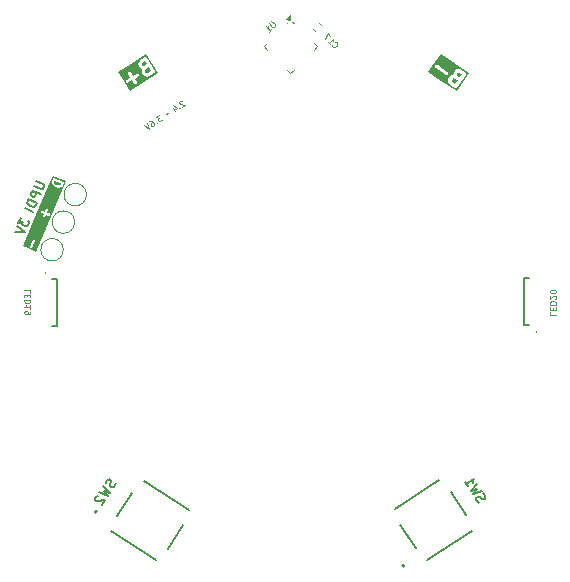
<source format=gbr>
%TF.GenerationSoftware,KiCad,Pcbnew,8.0.5*%
%TF.CreationDate,2025-07-02T22:11:18-04:00*%
%TF.ProjectId,tomorrowland_pendant,746f6d6f-7272-46f7-976c-616e645f7065,rev?*%
%TF.SameCoordinates,Original*%
%TF.FileFunction,Legend,Bot*%
%TF.FilePolarity,Positive*%
%FSLAX46Y46*%
G04 Gerber Fmt 4.6, Leading zero omitted, Abs format (unit mm)*
G04 Created by KiCad (PCBNEW 8.0.5) date 2025-07-02 22:11:18*
%MOMM*%
%LPD*%
G01*
G04 APERTURE LIST*
%ADD10C,0.200000*%
%ADD11C,0.300000*%
%ADD12C,0.100000*%
%ADD13C,0.260000*%
%ADD14C,0.125000*%
%ADD15C,0.150000*%
%ADD16C,0.120000*%
%ADD17C,0.127000*%
G04 APERTURE END LIST*
D10*
X128858461Y-97077719D02*
X129454598Y-97330763D01*
X129454598Y-97330763D02*
X129509846Y-97395600D01*
X129509846Y-97395600D02*
X129530028Y-97445552D01*
X129530028Y-97445552D02*
X129535325Y-97530571D01*
X129535325Y-97530571D02*
X129475785Y-97670838D01*
X129475785Y-97670838D02*
X129410948Y-97726087D01*
X129410948Y-97726087D02*
X129360996Y-97746269D01*
X129360996Y-97746269D02*
X129275978Y-97751566D01*
X129275978Y-97751566D02*
X128679841Y-97498521D01*
X129267395Y-98161774D02*
X128530991Y-97849189D01*
X128530991Y-97849189D02*
X128411911Y-98129724D01*
X128411911Y-98129724D02*
X128417208Y-98214743D01*
X128417208Y-98214743D02*
X128437390Y-98264694D01*
X128437390Y-98264694D02*
X128492639Y-98329531D01*
X128492639Y-98329531D02*
X128597839Y-98374186D01*
X128597839Y-98374186D02*
X128682858Y-98368889D01*
X128682858Y-98368889D02*
X128732810Y-98348708D01*
X128732810Y-98348708D02*
X128797647Y-98293459D01*
X128797647Y-98293459D02*
X128916727Y-98012924D01*
X128954810Y-98898178D02*
X128218406Y-98585593D01*
X128218406Y-98585593D02*
X128143982Y-98760927D01*
X128143982Y-98760927D02*
X128134393Y-98881013D01*
X128134393Y-98881013D02*
X128174757Y-98980916D01*
X128174757Y-98980916D02*
X128230006Y-99045753D01*
X128230006Y-99045753D02*
X128355388Y-99140360D01*
X128355388Y-99140360D02*
X128460589Y-99185015D01*
X128460589Y-99185015D02*
X128615741Y-99209488D01*
X128615741Y-99209488D02*
X128700760Y-99204191D01*
X128700760Y-99204191D02*
X128800664Y-99163828D01*
X128800664Y-99163828D02*
X128880385Y-99073512D01*
X128880385Y-99073512D02*
X128954810Y-98898178D01*
X128642225Y-99634582D02*
X127905822Y-99321997D01*
X127548582Y-100163601D02*
X127355077Y-100619470D01*
X127355077Y-100619470D02*
X127739807Y-100493082D01*
X127739807Y-100493082D02*
X127695152Y-100598283D01*
X127695152Y-100598283D02*
X127700448Y-100683301D01*
X127700448Y-100683301D02*
X127720630Y-100733253D01*
X127720630Y-100733253D02*
X127775879Y-100798090D01*
X127775879Y-100798090D02*
X127951213Y-100872515D01*
X127951213Y-100872515D02*
X128036232Y-100867218D01*
X128036232Y-100867218D02*
X128086184Y-100847036D01*
X128086184Y-100847036D02*
X128151021Y-100791788D01*
X128151021Y-100791788D02*
X128240331Y-100581387D01*
X128240331Y-100581387D02*
X128235034Y-100496368D01*
X128235034Y-100496368D02*
X128214852Y-100446416D01*
X127265767Y-100829871D02*
X127897976Y-101387924D01*
X127897976Y-101387924D02*
X127057377Y-101320807D01*
D11*
G36*
X164351224Y-88371260D02*
G01*
X164564666Y-88517955D01*
X164348892Y-88831908D01*
X164093556Y-88656419D01*
X164055492Y-88587567D01*
X164048411Y-88549357D01*
X164059271Y-88471438D01*
X164124348Y-88376750D01*
X164193200Y-88338687D01*
X164220527Y-88333623D01*
X164351224Y-88371260D01*
G37*
G36*
X164710979Y-87867356D02*
G01*
X164915299Y-88007781D01*
X164734588Y-88270717D01*
X164530268Y-88130292D01*
X164492205Y-88061440D01*
X164485124Y-88023230D01*
X164495984Y-87945310D01*
X164525998Y-87901641D01*
X164594849Y-87863577D01*
X164633059Y-87856496D01*
X164710979Y-87867356D01*
G37*
G36*
X165541040Y-87891808D02*
G01*
X164464867Y-89457648D01*
X163145387Y-88550794D01*
X163746500Y-88550794D01*
X163746952Y-88556104D01*
X163746738Y-88561433D01*
X163747734Y-88565268D01*
X163748999Y-88580093D01*
X163764953Y-88666173D01*
X163769084Y-88680466D01*
X163769529Y-88684405D01*
X163771638Y-88689301D01*
X163773119Y-88694422D01*
X163775276Y-88697744D01*
X163781165Y-88711410D01*
X163848136Y-88832554D01*
X163864817Y-88856770D01*
X163869028Y-88860127D01*
X163871966Y-88864651D01*
X163894451Y-88883601D01*
X164302590Y-89164107D01*
X164328339Y-89178307D01*
X164385588Y-89190475D01*
X164443134Y-89179810D01*
X164492219Y-89147934D01*
X164511170Y-89125449D01*
X165247498Y-88054085D01*
X165261698Y-88028335D01*
X165273866Y-87971087D01*
X165263201Y-87913541D01*
X165231325Y-87864455D01*
X165231318Y-87864450D01*
X165208840Y-87845505D01*
X164851719Y-87600062D01*
X164825969Y-87585862D01*
X164820699Y-87584741D01*
X164816051Y-87582011D01*
X164787465Y-87575117D01*
X164650367Y-87556008D01*
X164635497Y-87555408D01*
X164631624Y-87554585D01*
X164626313Y-87555037D01*
X164620985Y-87554823D01*
X164617149Y-87555819D01*
X164602325Y-87557084D01*
X164516244Y-87573038D01*
X164501945Y-87577171D01*
X164498011Y-87577615D01*
X164493119Y-87579722D01*
X164487995Y-87581204D01*
X164484669Y-87583363D01*
X164471006Y-87589251D01*
X164349863Y-87656223D01*
X164325646Y-87672904D01*
X164322286Y-87677117D01*
X164317768Y-87680052D01*
X164298817Y-87702536D01*
X164228691Y-87804570D01*
X164214490Y-87830320D01*
X164213369Y-87835591D01*
X164210639Y-87840239D01*
X164203745Y-87868825D01*
X164184636Y-88005923D01*
X164184036Y-88020792D01*
X164183213Y-88024666D01*
X164183665Y-88029976D01*
X164183451Y-88035305D01*
X164183471Y-88035382D01*
X164114595Y-88048148D01*
X164100301Y-88052279D01*
X164096363Y-88052724D01*
X164091467Y-88054833D01*
X164086346Y-88056314D01*
X164083021Y-88058472D01*
X164069357Y-88064361D01*
X163948213Y-88131333D01*
X163923997Y-88148013D01*
X163920637Y-88152226D01*
X163916117Y-88155162D01*
X163897167Y-88177647D01*
X163791977Y-88330699D01*
X163777777Y-88356449D01*
X163776656Y-88361718D01*
X163773926Y-88366367D01*
X163767032Y-88394953D01*
X163747923Y-88532051D01*
X163747323Y-88546920D01*
X163746500Y-88550794D01*
X163145387Y-88550794D01*
X162085126Y-87822097D01*
X162421241Y-87333046D01*
X162630429Y-87333046D01*
X162641094Y-87390592D01*
X162672970Y-87439677D01*
X162695455Y-87458628D01*
X163511732Y-88019640D01*
X163537482Y-88033840D01*
X163594730Y-88046008D01*
X163652276Y-88035343D01*
X163701361Y-88003467D01*
X163734512Y-87955232D01*
X163746680Y-87897984D01*
X163736015Y-87840438D01*
X163704139Y-87791353D01*
X163681654Y-87772402D01*
X162865377Y-87211390D01*
X162839627Y-87197190D01*
X162782379Y-87185022D01*
X162724833Y-87195687D01*
X162675748Y-87227563D01*
X162642597Y-87275798D01*
X162630429Y-87333046D01*
X162421241Y-87333046D01*
X163161298Y-86256256D01*
X165541040Y-87891808D01*
G37*
D12*
X141195738Y-90237846D02*
X141162742Y-90231133D01*
X141162742Y-90231133D02*
X141109892Y-90237561D01*
X141109892Y-90237561D02*
X141010620Y-90303268D01*
X141010620Y-90303268D02*
X140984053Y-90349405D01*
X140984053Y-90349405D02*
X140977339Y-90382401D01*
X140977339Y-90382401D02*
X140983768Y-90435251D01*
X140983768Y-90435251D02*
X141010050Y-90474960D01*
X141010050Y-90474960D02*
X141069329Y-90521382D01*
X141069329Y-90521382D02*
X141465278Y-90601939D01*
X141465278Y-90601939D02*
X141207171Y-90772777D01*
X141002199Y-90851340D02*
X140995486Y-90884335D01*
X140995486Y-90884335D02*
X141028481Y-90891048D01*
X141028481Y-90891048D02*
X141035194Y-90858053D01*
X141035194Y-90858053D02*
X141002199Y-90851340D01*
X141002199Y-90851340D02*
X141028481Y-90891048D01*
X140467269Y-90862772D02*
X140651248Y-91140734D01*
X140461410Y-90638230D02*
X140757802Y-90870340D01*
X140757802Y-90870340D02*
X140499695Y-91041177D01*
X140069611Y-91297291D02*
X140036615Y-91290578D01*
X140036615Y-91290578D02*
X139983765Y-91297006D01*
X139983765Y-91297006D02*
X139930630Y-91389280D01*
X139930630Y-91389280D02*
X139877780Y-91395709D01*
X139877780Y-91395709D02*
X139844784Y-91388996D01*
X139263432Y-91459707D02*
X139005325Y-91630544D01*
X139005325Y-91630544D02*
X139249437Y-91697390D01*
X139249437Y-91697390D02*
X139189873Y-91736814D01*
X139189873Y-91736814D02*
X139163306Y-91782951D01*
X139163306Y-91782951D02*
X139156593Y-91815947D01*
X139156593Y-91815947D02*
X139163021Y-91868797D01*
X139163021Y-91868797D02*
X139228728Y-91968069D01*
X139228728Y-91968069D02*
X139274865Y-91994637D01*
X139274865Y-91994637D02*
X139307861Y-92001350D01*
X139307861Y-92001350D02*
X139360711Y-91994922D01*
X139360711Y-91994922D02*
X139479837Y-91916074D01*
X139479837Y-91916074D02*
X139506405Y-91869936D01*
X139506405Y-91869936D02*
X139513118Y-91836941D01*
X139076321Y-92126050D02*
X139069608Y-92159046D01*
X139069608Y-92159046D02*
X139102604Y-92165759D01*
X139102604Y-92165759D02*
X139109317Y-92132763D01*
X139109317Y-92132763D02*
X139076321Y-92126050D01*
X139076321Y-92126050D02*
X139102604Y-92165759D01*
X138449401Y-91998502D02*
X138528819Y-91945936D01*
X138528819Y-91945936D02*
X138581669Y-91939508D01*
X138581669Y-91939508D02*
X138614665Y-91946221D01*
X138614665Y-91946221D02*
X138693798Y-91979502D01*
X138693798Y-91979502D02*
X138766218Y-92045778D01*
X138766218Y-92045778D02*
X138871349Y-92204613D01*
X138871349Y-92204613D02*
X138877777Y-92257464D01*
X138877777Y-92257464D02*
X138871064Y-92290459D01*
X138871064Y-92290459D02*
X138844496Y-92336597D01*
X138844496Y-92336597D02*
X138765079Y-92389162D01*
X138765079Y-92389162D02*
X138712229Y-92395590D01*
X138712229Y-92395590D02*
X138679233Y-92388877D01*
X138679233Y-92388877D02*
X138633096Y-92362310D01*
X138633096Y-92362310D02*
X138567389Y-92263038D01*
X138567389Y-92263038D02*
X138560961Y-92210187D01*
X138560961Y-92210187D02*
X138567674Y-92177192D01*
X138567674Y-92177192D02*
X138594241Y-92131054D01*
X138594241Y-92131054D02*
X138673659Y-92078489D01*
X138673659Y-92078489D02*
X138726509Y-92072061D01*
X138726509Y-92072061D02*
X138759505Y-92078774D01*
X138759505Y-92078774D02*
X138805642Y-92105341D01*
X138290566Y-92103632D02*
X138427554Y-92612565D01*
X138427554Y-92612565D02*
X138012604Y-92287611D01*
D13*
G36*
X138628186Y-87748488D02*
G01*
X138344473Y-87925772D01*
X138258222Y-87933978D01*
X138214031Y-87923776D01*
X138140108Y-87878592D01*
X138074221Y-87773150D01*
X138066015Y-87686898D01*
X138074059Y-87652054D01*
X138165764Y-87541064D01*
X138405115Y-87391500D01*
X138628186Y-87748488D01*
G37*
G36*
X138267336Y-87171008D02*
G01*
X138036121Y-87315487D01*
X137949870Y-87323693D01*
X137905679Y-87313491D01*
X137831757Y-87268307D01*
X137798674Y-87215362D01*
X137790468Y-87129111D01*
X137800670Y-87084921D01*
X137845854Y-87010998D01*
X138077070Y-86866518D01*
X138267336Y-87171008D01*
G37*
G36*
X139185497Y-87877154D02*
G01*
X136779697Y-89380465D01*
X136279297Y-88579658D01*
X136472513Y-88579658D01*
X136480884Y-88629686D01*
X136507764Y-88672702D01*
X136549059Y-88702157D01*
X136598482Y-88713567D01*
X136648510Y-88705196D01*
X136671342Y-88693874D01*
X136981081Y-88500327D01*
X137174628Y-88810066D01*
X137190186Y-88830251D01*
X137231481Y-88859706D01*
X137280904Y-88871116D01*
X137330932Y-88862745D01*
X137373948Y-88835865D01*
X137403403Y-88794570D01*
X137414813Y-88745147D01*
X137406442Y-88695119D01*
X137395120Y-88672287D01*
X137201573Y-88362547D01*
X137511312Y-88169001D01*
X137531497Y-88153443D01*
X137560952Y-88112148D01*
X137572362Y-88062725D01*
X137563991Y-88012697D01*
X137537111Y-87969681D01*
X137495816Y-87940226D01*
X137446393Y-87928816D01*
X137396365Y-87937187D01*
X137373533Y-87948509D01*
X137063794Y-88142055D01*
X136870247Y-87832316D01*
X136854689Y-87812132D01*
X136813394Y-87782677D01*
X136763971Y-87771267D01*
X136713943Y-87779638D01*
X136670927Y-87806518D01*
X136641472Y-87847813D01*
X136630062Y-87897236D01*
X136638433Y-87947264D01*
X136649755Y-87970096D01*
X136843301Y-88279834D01*
X136533562Y-88473382D01*
X136513378Y-88488940D01*
X136483923Y-88530235D01*
X136472513Y-88579658D01*
X136279297Y-88579658D01*
X135799936Y-87812519D01*
X136913871Y-87116455D01*
X137529115Y-87116455D01*
X137529681Y-87119837D01*
X137529638Y-87132738D01*
X137542749Y-87270539D01*
X137547638Y-87295550D01*
X137549825Y-87299676D01*
X137550597Y-87304284D01*
X137561919Y-87327116D01*
X137627528Y-87432112D01*
X137643086Y-87452296D01*
X137646887Y-87455007D01*
X137649638Y-87458784D01*
X137669975Y-87474142D01*
X137788082Y-87546334D01*
X137799691Y-87551949D01*
X137802487Y-87553943D01*
X137806864Y-87555418D01*
X137811024Y-87557430D01*
X137814415Y-87557963D01*
X137826637Y-87562082D01*
X137828050Y-87562408D01*
X137827627Y-87563665D01*
X137807933Y-87648968D01*
X137806277Y-87661758D01*
X137805270Y-87665041D01*
X137805254Y-87669663D01*
X137804662Y-87674242D01*
X137805228Y-87677624D01*
X137805185Y-87690525D01*
X137818296Y-87828326D01*
X137823185Y-87853337D01*
X137825373Y-87857463D01*
X137826144Y-87862070D01*
X137837466Y-87884902D01*
X137935878Y-88042396D01*
X137951437Y-88062581D01*
X137955239Y-88065293D01*
X137957989Y-88069069D01*
X137978326Y-88084427D01*
X138096434Y-88156619D01*
X138108042Y-88162233D01*
X138110839Y-88164228D01*
X138115219Y-88165704D01*
X138119377Y-88167715D01*
X138122767Y-88168247D01*
X138134989Y-88172367D01*
X138220291Y-88192061D01*
X138233081Y-88193716D01*
X138236364Y-88194724D01*
X138240986Y-88194739D01*
X138245565Y-88195332D01*
X138248947Y-88194765D01*
X138261848Y-88194809D01*
X138399649Y-88181698D01*
X138424660Y-88176809D01*
X138428786Y-88174620D01*
X138433393Y-88173850D01*
X138456225Y-88162528D01*
X138876211Y-87900092D01*
X138896396Y-87884534D01*
X138925851Y-87843240D01*
X138937261Y-87793816D01*
X138933761Y-87772900D01*
X138928889Y-87743788D01*
X138917568Y-87720956D01*
X138228673Y-86618494D01*
X138213115Y-86598309D01*
X138171821Y-86568854D01*
X138122397Y-86557444D01*
X138072369Y-86565815D01*
X138049538Y-86577137D01*
X137682049Y-86806769D01*
X137661865Y-86822327D01*
X137659153Y-86826128D01*
X137655377Y-86828879D01*
X137640019Y-86849216D01*
X137567827Y-86967324D01*
X137562212Y-86978932D01*
X137560219Y-86981728D01*
X137558742Y-86986107D01*
X137556732Y-86990266D01*
X137556199Y-86993656D01*
X137552080Y-87005878D01*
X137532386Y-87091181D01*
X137530730Y-87103971D01*
X137529723Y-87107254D01*
X137529707Y-87111876D01*
X137529115Y-87116455D01*
X136913871Y-87116455D01*
X138205735Y-86309208D01*
X139185497Y-87877154D01*
G37*
D10*
G36*
X130978884Y-97234409D02*
G01*
X130949872Y-97302756D01*
X130896513Y-97363206D01*
X130833541Y-97388649D01*
X130775680Y-97392254D01*
X130643524Y-97371408D01*
X130560994Y-97336376D01*
X130454194Y-97255791D01*
X130416594Y-97211665D01*
X130391152Y-97148694D01*
X130397570Y-97068315D01*
X130426580Y-96999971D01*
X130978884Y-97234409D01*
G37*
G36*
X131372255Y-97075478D02*
G01*
X128849999Y-103017542D01*
X127999755Y-102656635D01*
X128364513Y-102656635D01*
X128379129Y-102692812D01*
X128406477Y-102720642D01*
X128442394Y-102735888D01*
X128481410Y-102736228D01*
X128517587Y-102721612D01*
X128545417Y-102694264D01*
X128554808Y-102677056D01*
X128792968Y-102115986D01*
X128798823Y-102097278D01*
X128799163Y-102058261D01*
X128784547Y-102022084D01*
X128757199Y-101994254D01*
X128721282Y-101979008D01*
X128682266Y-101978668D01*
X128646089Y-101993285D01*
X128618258Y-102020633D01*
X128608867Y-102037840D01*
X128370708Y-102598910D01*
X128364853Y-102617619D01*
X128364513Y-102656635D01*
X127999755Y-102656635D01*
X127745393Y-102548665D01*
X128970678Y-99662073D01*
X129304548Y-99662073D01*
X129319164Y-99698250D01*
X129346512Y-99726080D01*
X129363720Y-99735471D01*
X129552204Y-99815477D01*
X129472198Y-100003962D01*
X129466343Y-100022671D01*
X129466003Y-100061687D01*
X129480619Y-100097864D01*
X129507967Y-100125694D01*
X129543884Y-100140940D01*
X129582900Y-100141280D01*
X129619077Y-100126664D01*
X129646907Y-100099316D01*
X129656298Y-100082108D01*
X129736304Y-99893623D01*
X129924790Y-99973631D01*
X129943498Y-99979486D01*
X129982515Y-99979826D01*
X130018692Y-99965210D01*
X130046522Y-99937862D01*
X130061768Y-99901945D01*
X130062108Y-99862929D01*
X130047491Y-99826752D01*
X130020143Y-99798921D01*
X130002936Y-99789530D01*
X129814451Y-99709523D01*
X129894458Y-99521039D01*
X129900313Y-99502331D01*
X129900653Y-99463314D01*
X129886037Y-99427137D01*
X129858689Y-99399307D01*
X129822772Y-99384061D01*
X129783756Y-99383721D01*
X129747579Y-99398338D01*
X129719749Y-99425686D01*
X129710357Y-99442893D01*
X129630350Y-99631377D01*
X129441866Y-99551371D01*
X129423157Y-99545516D01*
X129384141Y-99545176D01*
X129347964Y-99559792D01*
X129320134Y-99587140D01*
X129304888Y-99623057D01*
X129304548Y-99662073D01*
X128970678Y-99662073D01*
X130034312Y-97156308D01*
X130189908Y-97156308D01*
X130190270Y-97175908D01*
X130191376Y-97179326D01*
X130191345Y-97182919D01*
X130196872Y-97201727D01*
X130237235Y-97301631D01*
X130241836Y-97310423D01*
X130242649Y-97312934D01*
X130244676Y-97315850D01*
X130246325Y-97319000D01*
X130248176Y-97320883D01*
X130253840Y-97329030D01*
X130309089Y-97393867D01*
X130310189Y-97394927D01*
X130310555Y-97395549D01*
X130316936Y-97401429D01*
X130323204Y-97407470D01*
X130323847Y-97407798D01*
X130324971Y-97408834D01*
X130450354Y-97503440D01*
X130453270Y-97505221D01*
X130454305Y-97506274D01*
X130460777Y-97509806D01*
X130467084Y-97513658D01*
X130468515Y-97514029D01*
X130471513Y-97515665D01*
X130576713Y-97560320D01*
X130579972Y-97561340D01*
X130581234Y-97562112D01*
X130588385Y-97563973D01*
X130595421Y-97566175D01*
X130596895Y-97566187D01*
X130600205Y-97567049D01*
X130755358Y-97591522D01*
X130756885Y-97591611D01*
X130757567Y-97591845D01*
X130766225Y-97592156D01*
X130774928Y-97592664D01*
X130775633Y-97592494D01*
X130777157Y-97592549D01*
X130862176Y-97587252D01*
X130871969Y-97585667D01*
X130874610Y-97585691D01*
X130878017Y-97584689D01*
X130881527Y-97584122D01*
X130883901Y-97582960D01*
X130893418Y-97580164D01*
X130993322Y-97539800D01*
X131010691Y-97530711D01*
X131013253Y-97528192D01*
X131016481Y-97526614D01*
X131030831Y-97513259D01*
X131110553Y-97422945D01*
X131116356Y-97414901D01*
X131118243Y-97413048D01*
X131119947Y-97409925D01*
X131122024Y-97407047D01*
X131122880Y-97404550D01*
X131127634Y-97395840D01*
X131202059Y-97220505D01*
X131207913Y-97201796D01*
X131208053Y-97185709D01*
X131208253Y-97162780D01*
X131205639Y-97156308D01*
X131193637Y-97126602D01*
X131166289Y-97098772D01*
X131166280Y-97098768D01*
X131149081Y-97089382D01*
X130412677Y-96776797D01*
X130393968Y-96770943D01*
X130354952Y-96770603D01*
X130318775Y-96785219D01*
X130290945Y-96812567D01*
X130281554Y-96829775D01*
X130207129Y-97005109D01*
X130204166Y-97014576D01*
X130202964Y-97016929D01*
X130202335Y-97020426D01*
X130201274Y-97023818D01*
X130201250Y-97026459D01*
X130199496Y-97036223D01*
X130189908Y-97156308D01*
X130034312Y-97156308D01*
X130267649Y-96606601D01*
X131372255Y-97075478D01*
G37*
D14*
X148771129Y-83497602D02*
X149057339Y-83783812D01*
X149057339Y-83783812D02*
X149074175Y-83834320D01*
X149074175Y-83834320D02*
X149074175Y-83867992D01*
X149074175Y-83867992D02*
X149057339Y-83918499D01*
X149057339Y-83918499D02*
X148989996Y-83985843D01*
X148989996Y-83985843D02*
X148939488Y-84002679D01*
X148939488Y-84002679D02*
X148905816Y-84002679D01*
X148905816Y-84002679D02*
X148855309Y-83985843D01*
X148855309Y-83985843D02*
X148569099Y-83699633D01*
X148569099Y-84406740D02*
X148771129Y-84204710D01*
X148670114Y-84305725D02*
X148316560Y-83952171D01*
X148316560Y-83952171D02*
X148400740Y-83969007D01*
X148400740Y-83969007D02*
X148468083Y-83969007D01*
X148468083Y-83969007D02*
X148518591Y-83952171D01*
D15*
X166345398Y-124272720D02*
X166251204Y-124197620D01*
X166251204Y-124197620D02*
X166147463Y-124037873D01*
X166147463Y-124037873D02*
X166137916Y-123953226D01*
X166137916Y-123953226D02*
X166149118Y-123900529D01*
X166149118Y-123900529D02*
X166192268Y-123827083D01*
X166192268Y-123827083D02*
X166256167Y-123785587D01*
X166256167Y-123785587D02*
X166340814Y-123776040D01*
X166340814Y-123776040D02*
X166393511Y-123787241D01*
X166393511Y-123787241D02*
X166466957Y-123830392D01*
X166466957Y-123830392D02*
X166581899Y-123937441D01*
X166581899Y-123937441D02*
X166655345Y-123980591D01*
X166655345Y-123980591D02*
X166708042Y-123991793D01*
X166708042Y-123991793D02*
X166792689Y-123982246D01*
X166792689Y-123982246D02*
X166856588Y-123940749D01*
X166856588Y-123940749D02*
X166899738Y-123867304D01*
X166899738Y-123867304D02*
X166910939Y-123814606D01*
X166910939Y-123814606D02*
X166901392Y-123729959D01*
X166901392Y-123729959D02*
X166797652Y-123570212D01*
X166797652Y-123570212D02*
X166703458Y-123495113D01*
X166590170Y-123250719D02*
X165815493Y-123526683D01*
X165815493Y-123526683D02*
X166211741Y-123087663D01*
X166211741Y-123087663D02*
X165649508Y-123271088D01*
X165649508Y-123271088D02*
X166216703Y-122675630D01*
X165151552Y-122504304D02*
X165400530Y-122887696D01*
X165276041Y-122696000D02*
X165946977Y-122260288D01*
X165946977Y-122260288D02*
X165892625Y-122386432D01*
X165892625Y-122386432D02*
X165870223Y-122491827D01*
X165870223Y-122491827D02*
X165879770Y-122576474D01*
D14*
X128371155Y-106483947D02*
X128371155Y-106245852D01*
X128371155Y-106245852D02*
X127871155Y-106245852D01*
X128109250Y-106650614D02*
X128109250Y-106817281D01*
X128371155Y-106888709D02*
X128371155Y-106650614D01*
X128371155Y-106650614D02*
X127871155Y-106650614D01*
X127871155Y-106650614D02*
X127871155Y-106888709D01*
X128371155Y-107102995D02*
X127871155Y-107102995D01*
X127871155Y-107102995D02*
X127871155Y-107222043D01*
X127871155Y-107222043D02*
X127894965Y-107293471D01*
X127894965Y-107293471D02*
X127942584Y-107341090D01*
X127942584Y-107341090D02*
X127990203Y-107364900D01*
X127990203Y-107364900D02*
X128085441Y-107388709D01*
X128085441Y-107388709D02*
X128156869Y-107388709D01*
X128156869Y-107388709D02*
X128252107Y-107364900D01*
X128252107Y-107364900D02*
X128299726Y-107341090D01*
X128299726Y-107341090D02*
X128347346Y-107293471D01*
X128347346Y-107293471D02*
X128371155Y-107222043D01*
X128371155Y-107222043D02*
X128371155Y-107102995D01*
X128371155Y-107864900D02*
X128371155Y-107579186D01*
X128371155Y-107722043D02*
X127871155Y-107722043D01*
X127871155Y-107722043D02*
X127942584Y-107674424D01*
X127942584Y-107674424D02*
X127990203Y-107626805D01*
X127990203Y-107626805D02*
X128014012Y-107579186D01*
X128371155Y-108102995D02*
X128371155Y-108198233D01*
X128371155Y-108198233D02*
X128347346Y-108245852D01*
X128347346Y-108245852D02*
X128323536Y-108269661D01*
X128323536Y-108269661D02*
X128252107Y-108317280D01*
X128252107Y-108317280D02*
X128156869Y-108341090D01*
X128156869Y-108341090D02*
X127966393Y-108341090D01*
X127966393Y-108341090D02*
X127918774Y-108317280D01*
X127918774Y-108317280D02*
X127894965Y-108293471D01*
X127894965Y-108293471D02*
X127871155Y-108245852D01*
X127871155Y-108245852D02*
X127871155Y-108150614D01*
X127871155Y-108150614D02*
X127894965Y-108102995D01*
X127894965Y-108102995D02*
X127918774Y-108079185D01*
X127918774Y-108079185D02*
X127966393Y-108055376D01*
X127966393Y-108055376D02*
X128085441Y-108055376D01*
X128085441Y-108055376D02*
X128133060Y-108079185D01*
X128133060Y-108079185D02*
X128156869Y-108102995D01*
X128156869Y-108102995D02*
X128180679Y-108150614D01*
X128180679Y-108150614D02*
X128180679Y-108245852D01*
X128180679Y-108245852D02*
X128156869Y-108293471D01*
X128156869Y-108293471D02*
X128133060Y-108317280D01*
X128133060Y-108317280D02*
X128085441Y-108341090D01*
X172371536Y-108119184D02*
X172371536Y-108357279D01*
X172371536Y-108357279D02*
X172871536Y-108357279D01*
X172633441Y-107952517D02*
X172633441Y-107785850D01*
X172371536Y-107714422D02*
X172371536Y-107952517D01*
X172371536Y-107952517D02*
X172871536Y-107952517D01*
X172871536Y-107952517D02*
X172871536Y-107714422D01*
X172371536Y-107500136D02*
X172871536Y-107500136D01*
X172871536Y-107500136D02*
X172871536Y-107381088D01*
X172871536Y-107381088D02*
X172847726Y-107309660D01*
X172847726Y-107309660D02*
X172800107Y-107262041D01*
X172800107Y-107262041D02*
X172752488Y-107238231D01*
X172752488Y-107238231D02*
X172657250Y-107214422D01*
X172657250Y-107214422D02*
X172585822Y-107214422D01*
X172585822Y-107214422D02*
X172490584Y-107238231D01*
X172490584Y-107238231D02*
X172442965Y-107262041D01*
X172442965Y-107262041D02*
X172395346Y-107309660D01*
X172395346Y-107309660D02*
X172371536Y-107381088D01*
X172371536Y-107381088D02*
X172371536Y-107500136D01*
X172823917Y-107023945D02*
X172847726Y-107000136D01*
X172847726Y-107000136D02*
X172871536Y-106952517D01*
X172871536Y-106952517D02*
X172871536Y-106833469D01*
X172871536Y-106833469D02*
X172847726Y-106785850D01*
X172847726Y-106785850D02*
X172823917Y-106762041D01*
X172823917Y-106762041D02*
X172776298Y-106738231D01*
X172776298Y-106738231D02*
X172728679Y-106738231D01*
X172728679Y-106738231D02*
X172657250Y-106762041D01*
X172657250Y-106762041D02*
X172371536Y-107047755D01*
X172371536Y-107047755D02*
X172371536Y-106738231D01*
X172871536Y-106428708D02*
X172871536Y-106381089D01*
X172871536Y-106381089D02*
X172847726Y-106333470D01*
X172847726Y-106333470D02*
X172823917Y-106309660D01*
X172823917Y-106309660D02*
X172776298Y-106285851D01*
X172776298Y-106285851D02*
X172681060Y-106262041D01*
X172681060Y-106262041D02*
X172562012Y-106262041D01*
X172562012Y-106262041D02*
X172466774Y-106285851D01*
X172466774Y-106285851D02*
X172419155Y-106309660D01*
X172419155Y-106309660D02*
X172395346Y-106333470D01*
X172395346Y-106333470D02*
X172371536Y-106381089D01*
X172371536Y-106381089D02*
X172371536Y-106428708D01*
X172371536Y-106428708D02*
X172395346Y-106476327D01*
X172395346Y-106476327D02*
X172419155Y-106500136D01*
X172419155Y-106500136D02*
X172466774Y-106523946D01*
X172466774Y-106523946D02*
X172562012Y-106547755D01*
X172562012Y-106547755D02*
X172681060Y-106547755D01*
X172681060Y-106547755D02*
X172776298Y-106523946D01*
X172776298Y-106523946D02*
X172823917Y-106500136D01*
X172823917Y-106500136D02*
X172847726Y-106476327D01*
X172847726Y-106476327D02*
X172871536Y-106428708D01*
X153918337Y-85544142D02*
X153918337Y-85577814D01*
X153918337Y-85577814D02*
X153952009Y-85645157D01*
X153952009Y-85645157D02*
X153985680Y-85678829D01*
X153985680Y-85678829D02*
X154053024Y-85712501D01*
X154053024Y-85712501D02*
X154120367Y-85712501D01*
X154120367Y-85712501D02*
X154170875Y-85695665D01*
X154170875Y-85695665D02*
X154255054Y-85645157D01*
X154255054Y-85645157D02*
X154305562Y-85594650D01*
X154305562Y-85594650D02*
X154356070Y-85510470D01*
X154356070Y-85510470D02*
X154372906Y-85459963D01*
X154372906Y-85459963D02*
X154372906Y-85392619D01*
X154372906Y-85392619D02*
X154339234Y-85325276D01*
X154339234Y-85325276D02*
X154305562Y-85291604D01*
X154305562Y-85291604D02*
X154238219Y-85257932D01*
X154238219Y-85257932D02*
X154204547Y-85257932D01*
X153547948Y-85241096D02*
X153749978Y-85443127D01*
X153648963Y-85342112D02*
X154002516Y-84988558D01*
X154002516Y-84988558D02*
X153985680Y-85072738D01*
X153985680Y-85072738D02*
X153985680Y-85140081D01*
X153985680Y-85140081D02*
X154002516Y-85190589D01*
X153783650Y-84769692D02*
X153547948Y-84533990D01*
X153547948Y-84533990D02*
X153345917Y-85039066D01*
D15*
X135599191Y-122643555D02*
X135568896Y-122760151D01*
X135568896Y-122760151D02*
X135465155Y-122919898D01*
X135465155Y-122919898D02*
X135391709Y-122963049D01*
X135391709Y-122963049D02*
X135339012Y-122974250D01*
X135339012Y-122974250D02*
X135254365Y-122964703D01*
X135254365Y-122964703D02*
X135190466Y-122923207D01*
X135190466Y-122923207D02*
X135147316Y-122849761D01*
X135147316Y-122849761D02*
X135136115Y-122797064D01*
X135136115Y-122797064D02*
X135145662Y-122712417D01*
X135145662Y-122712417D02*
X135196705Y-122563871D01*
X135196705Y-122563871D02*
X135206252Y-122479224D01*
X135206252Y-122479224D02*
X135195051Y-122426527D01*
X135195051Y-122426527D02*
X135151900Y-122353081D01*
X135151900Y-122353081D02*
X135088001Y-122311585D01*
X135088001Y-122311585D02*
X135003354Y-122302038D01*
X135003354Y-122302038D02*
X134950657Y-122313239D01*
X134950657Y-122313239D02*
X134877211Y-122356390D01*
X134877211Y-122356390D02*
X134773471Y-122516136D01*
X134773471Y-122516136D02*
X134743175Y-122632733D01*
X134565989Y-122835630D02*
X135133185Y-123431088D01*
X135133185Y-123431088D02*
X134570952Y-123247663D01*
X134570952Y-123247663D02*
X134967199Y-123686683D01*
X134967199Y-123686683D02*
X134192522Y-123410718D01*
X134111184Y-123675861D02*
X134058486Y-123687062D01*
X134058486Y-123687062D02*
X133985040Y-123730212D01*
X133985040Y-123730212D02*
X133881300Y-123889959D01*
X133881300Y-123889959D02*
X133871753Y-123974606D01*
X133871753Y-123974606D02*
X133882954Y-124027303D01*
X133882954Y-124027303D02*
X133926104Y-124100749D01*
X133926104Y-124100749D02*
X133990003Y-124142245D01*
X133990003Y-124142245D02*
X134106599Y-124172540D01*
X134106599Y-124172540D02*
X134738969Y-124038126D01*
X134738969Y-124038126D02*
X134469243Y-124453468D01*
D16*
%TO.C,U1*%
X148120452Y-85651185D02*
X148438650Y-85332987D01*
X148438650Y-85969383D02*
X148120452Y-85651185D01*
X150079138Y-87609871D02*
X150397336Y-87928069D01*
X150185204Y-83586433D02*
X150079138Y-83692499D01*
X150397336Y-87928069D02*
X150715534Y-87609871D01*
X150567042Y-83544007D02*
X150715534Y-83692499D01*
X152356022Y-85332987D02*
X152674220Y-85651185D01*
X152674220Y-85651185D02*
X152356022Y-85969383D01*
X150397336Y-83374301D02*
X149994285Y-83310662D01*
X150333696Y-82971250D01*
X150397336Y-83374301D01*
G36*
X150397336Y-83374301D02*
G01*
X149994285Y-83310662D01*
X150333696Y-82971250D01*
X150397336Y-83374301D01*
G37*
D17*
%TO.C,SW1*%
X159217717Y-124816984D02*
X162991735Y-122366110D01*
X159712272Y-126129353D02*
X160997620Y-128108617D01*
X161995377Y-129094202D02*
X165769395Y-126643328D01*
X165274840Y-125330959D02*
X163989492Y-123351695D01*
D10*
X160050404Y-129617378D02*
G75*
G02*
X159850406Y-129617378I-99999J0D01*
G01*
X159850406Y-129617378D02*
G75*
G02*
X160050404Y-129617378I99999J0D01*
G01*
D12*
%TO.C,LED19*%
X129606346Y-104733566D02*
X129606346Y-104733566D01*
X129606346Y-104833566D02*
X129606346Y-104833566D01*
D10*
X130206346Y-109333566D02*
X130606346Y-109333566D01*
X130606346Y-105333566D02*
X130206346Y-105333566D01*
X130606346Y-109333566D02*
X130606346Y-105333566D01*
D12*
X129606346Y-104733566D02*
G75*
G02*
X129606346Y-104833566I0J-50000D01*
G01*
X129606346Y-104833566D02*
G75*
G02*
X129606346Y-104733566I0J50000D01*
G01*
D16*
%TO.C,TP3*%
X131166346Y-102861566D02*
G75*
G02*
X129266346Y-102861566I-950000J0D01*
G01*
X129266346Y-102861566D02*
G75*
G02*
X131166346Y-102861566I950000J0D01*
G01*
%TO.C,TP2*%
X133126346Y-98191566D02*
G75*
G02*
X131226346Y-98191566I-950000J0D01*
G01*
X131226346Y-98191566D02*
G75*
G02*
X133126346Y-98191566I950000J0D01*
G01*
D10*
%TO.C,LED20*%
X170206346Y-105263566D02*
X170206346Y-109263566D01*
X170206346Y-109263566D02*
X170606346Y-109263566D01*
X170606346Y-105263566D02*
X170206346Y-105263566D01*
D12*
X171206346Y-109763566D02*
X171206346Y-109763566D01*
X171206346Y-109863566D02*
X171206346Y-109863566D01*
X171206346Y-109763566D02*
G75*
G02*
X171206346Y-109863566I0J-50000D01*
G01*
X171206346Y-109863566D02*
G75*
G02*
X171206346Y-109763566I0J50000D01*
G01*
D16*
%TO.C,C17*%
X152468628Y-84312965D02*
X152316125Y-84160462D01*
X152977745Y-83803848D02*
X152825242Y-83651345D01*
%TO.C,TP1*%
X132126346Y-100521566D02*
G75*
G02*
X130226346Y-100521566I-950000J0D01*
G01*
X130226346Y-100521566D02*
G75*
G02*
X132126346Y-100521566I950000J0D01*
G01*
D17*
%TO.C,SW2*%
X135230507Y-126704738D02*
X139004525Y-129155615D01*
X137010410Y-123413106D02*
X135725064Y-125392368D01*
X138008167Y-122427517D02*
X141782185Y-124878394D01*
X140002282Y-128170026D02*
X141287628Y-126190764D01*
D10*
X134020798Y-125049357D02*
G75*
G02*
X133820798Y-125049357I-100000J0D01*
G01*
X133820798Y-125049357D02*
G75*
G02*
X134020798Y-125049357I100000J0D01*
G01*
%TD*%
M02*

</source>
